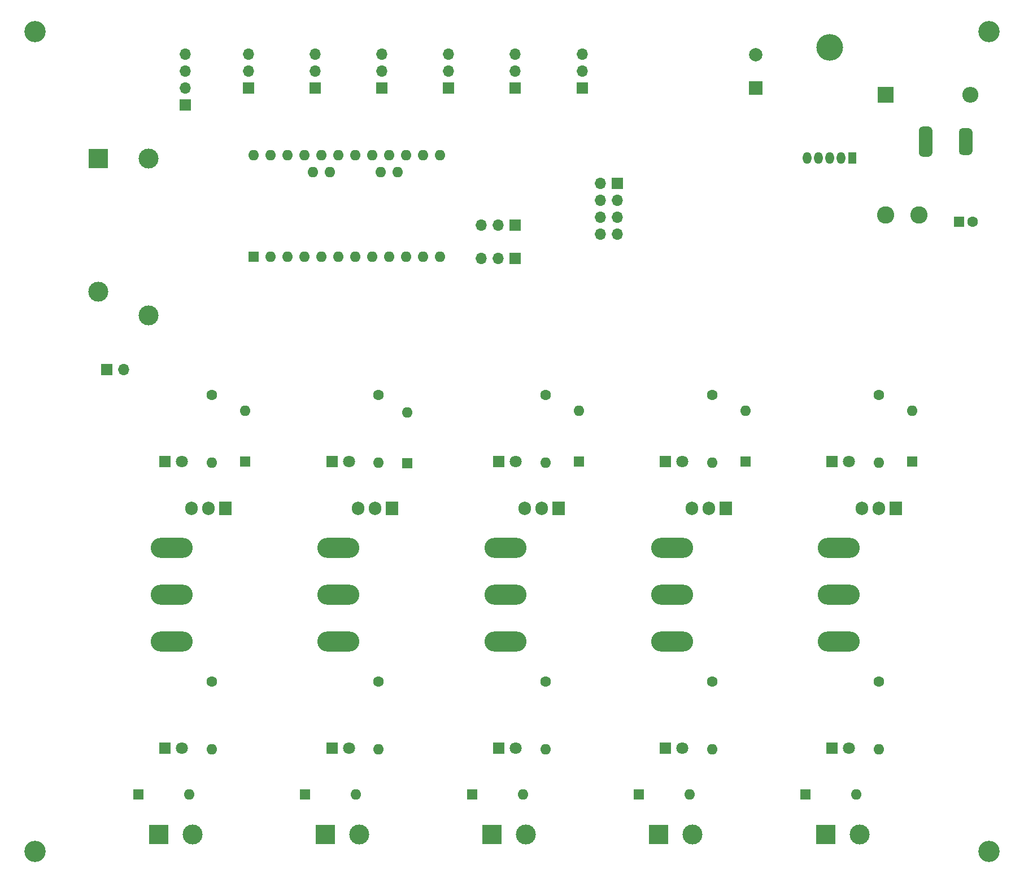
<source format=gbr>
%TF.GenerationSoftware,KiCad,Pcbnew,(5.1.10)-1*%
%TF.CreationDate,2022-08-30T02:24:47-07:00*%
%TF.ProjectId,Garden_Board,47617264-656e-45f4-926f-6172642e6b69,rev?*%
%TF.SameCoordinates,Original*%
%TF.FileFunction,Soldermask,Bot*%
%TF.FilePolarity,Negative*%
%FSLAX46Y46*%
G04 Gerber Fmt 4.6, Leading zero omitted, Abs format (unit mm)*
G04 Created by KiCad (PCBNEW (5.1.10)-1) date 2022-08-30 02:24:47*
%MOMM*%
%LPD*%
G01*
G04 APERTURE LIST*
%ADD10C,3.200000*%
%ADD11C,2.600000*%
%ADD12O,2.400000X2.400000*%
%ADD13R,2.400000X2.400000*%
%ADD14O,1.275000X1.800000*%
%ADD15R,1.275000X1.800000*%
%ADD16O,4.000000X4.000000*%
%ADD17O,1.600000X1.600000*%
%ADD18R,1.600000X1.600000*%
%ADD19C,2.000000*%
%ADD20R,2.000000X2.000000*%
%ADD21C,1.600000*%
%ADD22O,1.905000X2.000000*%
%ADD23R,1.905000X2.000000*%
%ADD24O,1.700000X1.700000*%
%ADD25R,1.700000X1.700000*%
%ADD26O,6.300000X3.000000*%
%ADD27C,3.000000*%
%ADD28R,3.000000X3.000000*%
%ADD29C,1.800000*%
%ADD30R,1.800000X1.800000*%
G04 APERTURE END LIST*
D10*
%TO.C,H4*%
X26500000Y-164500000D03*
%TD*%
%TO.C,H3*%
X169500000Y-164500000D03*
%TD*%
%TO.C,H2*%
X169500000Y-41500000D03*
%TD*%
%TO.C,H1*%
X26500000Y-41500000D03*
%TD*%
D11*
%TO.C,L1*%
X154000000Y-69000000D03*
X159000000Y-69000000D03*
%TD*%
D12*
%TO.C,D21*%
X166700000Y-51000000D03*
D13*
X154000000Y-51000000D03*
%TD*%
D14*
%TO.C,U1*%
X142200000Y-60500000D03*
X143900000Y-60500000D03*
X145600000Y-60500000D03*
X147300000Y-60500000D03*
D15*
X149000000Y-60500000D03*
D16*
X145600000Y-43840000D03*
%TD*%
D17*
%TO.C,D19*%
X58000000Y-98380000D03*
D18*
X58000000Y-106000000D03*
%TD*%
D17*
%TO.C,D18*%
X49620000Y-156000000D03*
D18*
X42000000Y-156000000D03*
%TD*%
D17*
%TO.C,D15*%
X158000000Y-98380000D03*
D18*
X158000000Y-106000000D03*
%TD*%
D17*
%TO.C,D14*%
X149620000Y-156000000D03*
D18*
X142000000Y-156000000D03*
%TD*%
D17*
%TO.C,D11*%
X133000000Y-98380000D03*
D18*
X133000000Y-106000000D03*
%TD*%
D17*
%TO.C,D10*%
X124620000Y-156000000D03*
D18*
X117000000Y-156000000D03*
%TD*%
D17*
%TO.C,D7*%
X108000000Y-98380000D03*
D18*
X108000000Y-106000000D03*
%TD*%
D17*
%TO.C,D6*%
X99620000Y-156000000D03*
D18*
X92000000Y-156000000D03*
%TD*%
D17*
%TO.C,D3*%
X82250000Y-98630000D03*
D18*
X82250000Y-106250000D03*
%TD*%
D17*
%TO.C,D2*%
X74620000Y-156000000D03*
D18*
X67000000Y-156000000D03*
%TD*%
D19*
%TO.C,C2*%
X134500000Y-45000000D03*
D20*
X134500000Y-50000000D03*
%TD*%
D21*
%TO.C,C1*%
X167000000Y-70000000D03*
D18*
X165000000Y-70000000D03*
%TD*%
D22*
%TO.C,Q5*%
X49920000Y-113000000D03*
X52460000Y-113000000D03*
D23*
X55000000Y-113000000D03*
%TD*%
D22*
%TO.C,Q4*%
X150420000Y-113000000D03*
X152960000Y-113000000D03*
D23*
X155500000Y-113000000D03*
%TD*%
D22*
%TO.C,Q3*%
X124920000Y-113000000D03*
X127460000Y-113000000D03*
D23*
X130000000Y-113000000D03*
%TD*%
D22*
%TO.C,Q2*%
X99920000Y-113000000D03*
X102460000Y-113000000D03*
D23*
X105000000Y-113000000D03*
%TD*%
D22*
%TO.C,Q1*%
X74920000Y-113000000D03*
X77460000Y-113000000D03*
D23*
X80000000Y-113000000D03*
%TD*%
D24*
%TO.C,J9*%
X49000000Y-44880000D03*
X49000000Y-47420000D03*
X49000000Y-49960000D03*
D25*
X49000000Y-52500000D03*
%TD*%
D24*
%TO.C,J6*%
X93420000Y-70500000D03*
X95960000Y-70500000D03*
D25*
X98500000Y-70500000D03*
%TD*%
D24*
%TO.C,J5*%
X93420000Y-75500000D03*
X95960000Y-75500000D03*
D25*
X98500000Y-75500000D03*
%TD*%
D26*
%TO.C,SW4*%
X147000000Y-133000000D03*
X147000000Y-126000000D03*
X147000000Y-119000000D03*
%TD*%
%TO.C,SW3*%
X122000000Y-133000000D03*
X122000000Y-126000000D03*
X122000000Y-119000000D03*
%TD*%
%TO.C,SW2*%
X97000000Y-133000000D03*
X97000000Y-126000000D03*
X97000000Y-119000000D03*
%TD*%
%TO.C,SW0*%
X47000000Y-133000000D03*
X47000000Y-126000000D03*
X47000000Y-119000000D03*
%TD*%
%TO.C,SW1*%
X72000000Y-133000000D03*
X72000000Y-126000000D03*
X72000000Y-119000000D03*
%TD*%
D27*
%TO.C,K1*%
X43480000Y-84050000D03*
X35980000Y-80550000D03*
X43480000Y-60550000D03*
D28*
X35980000Y-60550000D03*
%TD*%
D17*
%TO.C,U2*%
X80840000Y-62550000D03*
X78300000Y-62550000D03*
X70680000Y-62550000D03*
X68140000Y-62550000D03*
X59250000Y-60010000D03*
X61790000Y-60010000D03*
X64330000Y-60010000D03*
X87190000Y-75250000D03*
X66870000Y-60010000D03*
X84650000Y-75250000D03*
X69410000Y-60010000D03*
X82110000Y-75250000D03*
X71950000Y-60010000D03*
X79570000Y-75250000D03*
X74490000Y-60010000D03*
X77030000Y-75250000D03*
X77030000Y-60010000D03*
X74490000Y-75250000D03*
X79570000Y-60010000D03*
X71950000Y-75250000D03*
X82110000Y-60010000D03*
X69410000Y-75250000D03*
X84650000Y-60010000D03*
X66870000Y-75250000D03*
X87190000Y-60010000D03*
X64330000Y-75250000D03*
X61790000Y-75250000D03*
D18*
X59250000Y-75250000D03*
%TD*%
D17*
%TO.C,R10*%
X53000000Y-106160000D03*
D21*
X53000000Y-96000000D03*
%TD*%
D17*
%TO.C,R9*%
X53000000Y-149160000D03*
D21*
X53000000Y-139000000D03*
%TD*%
D17*
%TO.C,R8*%
X153000000Y-106160000D03*
D21*
X153000000Y-96000000D03*
%TD*%
D17*
%TO.C,R7*%
X153000000Y-149160000D03*
D21*
X153000000Y-139000000D03*
%TD*%
D17*
%TO.C,R6*%
X128000000Y-106160000D03*
D21*
X128000000Y-96000000D03*
%TD*%
D17*
%TO.C,R5*%
X128000000Y-149160000D03*
D21*
X128000000Y-139000000D03*
%TD*%
D17*
%TO.C,R4*%
X103000000Y-106160000D03*
D21*
X103000000Y-96000000D03*
%TD*%
D17*
%TO.C,R3*%
X103000000Y-149160000D03*
D21*
X103000000Y-139000000D03*
%TD*%
D17*
%TO.C,R2*%
X78000000Y-106160000D03*
D21*
X78000000Y-96000000D03*
%TD*%
D17*
%TO.C,R1*%
X78000000Y-149160000D03*
D21*
X78000000Y-139000000D03*
%TD*%
D24*
%TO.C,J18*%
X39790000Y-92250000D03*
D25*
X37250000Y-92250000D03*
%TD*%
D27*
%TO.C,J17*%
X50080000Y-162000000D03*
D28*
X45000000Y-162000000D03*
%TD*%
D24*
%TO.C,J16*%
X108500000Y-44920000D03*
X108500000Y-47460000D03*
D25*
X108500000Y-50000000D03*
%TD*%
D24*
%TO.C,J15*%
X98500000Y-44920000D03*
X98500000Y-47460000D03*
D25*
X98500000Y-50000000D03*
%TD*%
D24*
%TO.C,J14*%
X88500000Y-44920000D03*
X88500000Y-47460000D03*
D25*
X88500000Y-50000000D03*
%TD*%
D24*
%TO.C,J13*%
X78500000Y-44920000D03*
X78500000Y-47460000D03*
D25*
X78500000Y-50000000D03*
%TD*%
D24*
%TO.C,J12*%
X68500000Y-44920000D03*
X68500000Y-47460000D03*
D25*
X68500000Y-50000000D03*
%TD*%
D24*
%TO.C,J11*%
X58500000Y-44920000D03*
X58500000Y-47460000D03*
D25*
X58500000Y-50000000D03*
%TD*%
D27*
%TO.C,J8*%
X150080000Y-162000000D03*
D28*
X145000000Y-162000000D03*
%TD*%
D27*
%TO.C,J7*%
X125080000Y-162000000D03*
D28*
X120000000Y-162000000D03*
%TD*%
D27*
%TO.C,J4*%
X100080000Y-162000000D03*
D28*
X95000000Y-162000000D03*
%TD*%
D24*
%TO.C,J3*%
X111210000Y-71870000D03*
X113750000Y-71870000D03*
X111210000Y-69330000D03*
X113750000Y-69330000D03*
X111210000Y-66790000D03*
X113750000Y-66790000D03*
X111210000Y-64250000D03*
D25*
X113750000Y-64250000D03*
%TD*%
D27*
%TO.C,J2*%
X75080000Y-162000000D03*
D28*
X70000000Y-162000000D03*
%TD*%
%TO.C,J1*%
G36*
G01*
X161000000Y-56250000D02*
X161000000Y-59750000D01*
G75*
G02*
X160500000Y-60250000I-500000J0D01*
G01*
X159500000Y-60250000D01*
G75*
G02*
X159000000Y-59750000I0J500000D01*
G01*
X159000000Y-56250000D01*
G75*
G02*
X159500000Y-55750000I500000J0D01*
G01*
X160500000Y-55750000D01*
G75*
G02*
X161000000Y-56250000I0J-500000D01*
G01*
G37*
G36*
G01*
X167000000Y-56500000D02*
X167000000Y-59500000D01*
G75*
G02*
X166500000Y-60000000I-500000J0D01*
G01*
X165500000Y-60000000D01*
G75*
G02*
X165000000Y-59500000I0J500000D01*
G01*
X165000000Y-56500000D01*
G75*
G02*
X165500000Y-56000000I500000J0D01*
G01*
X166500000Y-56000000D01*
G75*
G02*
X167000000Y-56500000I0J-500000D01*
G01*
G37*
%TD*%
D29*
%TO.C,D20*%
X48540000Y-106000000D03*
D30*
X46000000Y-106000000D03*
%TD*%
D29*
%TO.C,D17*%
X48540000Y-149000000D03*
D30*
X46000000Y-149000000D03*
%TD*%
D29*
%TO.C,D16*%
X148540000Y-106000000D03*
D30*
X146000000Y-106000000D03*
%TD*%
D29*
%TO.C,D13*%
X148540000Y-149000000D03*
D30*
X146000000Y-149000000D03*
%TD*%
D29*
%TO.C,D12*%
X123540000Y-106000000D03*
D30*
X121000000Y-106000000D03*
%TD*%
D29*
%TO.C,D9*%
X123540000Y-149000000D03*
D30*
X121000000Y-149000000D03*
%TD*%
D29*
%TO.C,D8*%
X98540000Y-106000000D03*
D30*
X96000000Y-106000000D03*
%TD*%
D29*
%TO.C,D5*%
X98540000Y-149000000D03*
D30*
X96000000Y-149000000D03*
%TD*%
D29*
%TO.C,D4*%
X73540000Y-106000000D03*
D30*
X71000000Y-106000000D03*
%TD*%
D29*
%TO.C,D1*%
X73540000Y-149000000D03*
D30*
X71000000Y-149000000D03*
%TD*%
M02*

</source>
